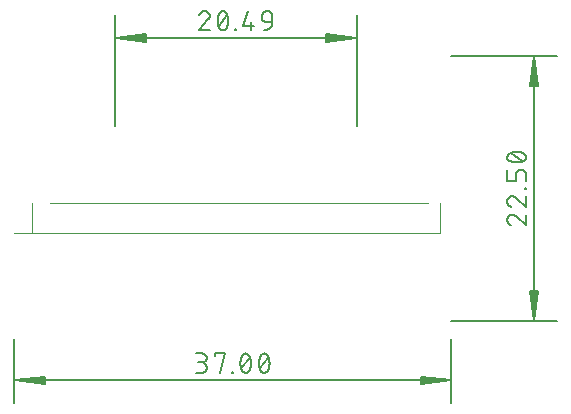
<source format=gbr>
G04 EAGLE Gerber RS-274X export*
G75*
%MOMM*%
%FSLAX34Y34*%
%LPD*%
%INSilkscreen Top*%
%IPPOS*%
%AMOC8*
5,1,8,0,0,1.08239X$1,22.5*%
G01*
%ADD10C,0.130000*%
%ADD11C,0.152400*%
%ADD12C,0.010000*%


D10*
X70031Y165730D02*
X70031Y259500D01*
X274976Y259500D02*
X274976Y165730D01*
X274326Y240000D02*
X70681Y240000D01*
X96031Y243192D01*
X96031Y236808D01*
X70681Y240000D01*
X96031Y241300D01*
X96031Y238700D02*
X70681Y240000D01*
X96031Y242600D01*
X96031Y237400D02*
X70681Y240000D01*
X248976Y243192D02*
X274326Y240000D01*
X248976Y243192D02*
X248976Y236808D01*
X274326Y240000D01*
X248976Y241300D01*
X248976Y238700D02*
X274326Y240000D01*
X248976Y242600D01*
X248976Y237400D02*
X274326Y240000D01*
D11*
X150386Y258699D02*
X150384Y258824D01*
X150378Y258949D01*
X150369Y259074D01*
X150355Y259198D01*
X150338Y259322D01*
X150317Y259446D01*
X150292Y259568D01*
X150263Y259690D01*
X150231Y259811D01*
X150195Y259931D01*
X150155Y260050D01*
X150112Y260167D01*
X150065Y260283D01*
X150014Y260398D01*
X149960Y260510D01*
X149902Y260622D01*
X149842Y260731D01*
X149777Y260838D01*
X149710Y260944D01*
X149639Y261047D01*
X149565Y261148D01*
X149488Y261247D01*
X149408Y261343D01*
X149325Y261437D01*
X149240Y261528D01*
X149151Y261617D01*
X149060Y261702D01*
X148966Y261785D01*
X148870Y261865D01*
X148771Y261942D01*
X148670Y262016D01*
X148567Y262087D01*
X148461Y262154D01*
X148354Y262219D01*
X148245Y262279D01*
X148133Y262337D01*
X148021Y262391D01*
X147906Y262442D01*
X147790Y262489D01*
X147673Y262532D01*
X147554Y262572D01*
X147434Y262608D01*
X147313Y262640D01*
X147191Y262669D01*
X147069Y262694D01*
X146945Y262715D01*
X146821Y262732D01*
X146697Y262746D01*
X146572Y262755D01*
X146447Y262761D01*
X146322Y262763D01*
X146179Y262761D01*
X146037Y262755D01*
X145894Y262745D01*
X145752Y262732D01*
X145611Y262714D01*
X145469Y262693D01*
X145329Y262668D01*
X145189Y262639D01*
X145050Y262606D01*
X144912Y262569D01*
X144775Y262529D01*
X144640Y262485D01*
X144505Y262437D01*
X144372Y262385D01*
X144240Y262330D01*
X144110Y262271D01*
X143982Y262209D01*
X143855Y262143D01*
X143730Y262074D01*
X143607Y262002D01*
X143487Y261926D01*
X143368Y261847D01*
X143251Y261764D01*
X143137Y261679D01*
X143025Y261590D01*
X142916Y261499D01*
X142809Y261404D01*
X142704Y261307D01*
X142603Y261206D01*
X142504Y261103D01*
X142408Y260998D01*
X142315Y260889D01*
X142225Y260778D01*
X142138Y260665D01*
X142054Y260550D01*
X141974Y260432D01*
X141896Y260312D01*
X141822Y260190D01*
X141752Y260066D01*
X141684Y259940D01*
X141621Y259812D01*
X141560Y259683D01*
X141503Y259552D01*
X141450Y259420D01*
X141401Y259286D01*
X141355Y259151D01*
X149031Y255538D02*
X149125Y255630D01*
X149215Y255724D01*
X149303Y255821D01*
X149388Y255921D01*
X149470Y256023D01*
X149549Y256128D01*
X149624Y256235D01*
X149696Y256344D01*
X149765Y256455D01*
X149831Y256569D01*
X149893Y256684D01*
X149952Y256801D01*
X150007Y256920D01*
X150058Y257040D01*
X150106Y257162D01*
X150151Y257285D01*
X150191Y257409D01*
X150228Y257535D01*
X150261Y257662D01*
X150290Y257789D01*
X150316Y257918D01*
X150337Y258047D01*
X150355Y258177D01*
X150368Y258307D01*
X150378Y258437D01*
X150384Y258568D01*
X150386Y258699D01*
X149032Y255538D02*
X141355Y246507D01*
X150386Y246507D01*
X156987Y254635D02*
X156991Y254955D01*
X157002Y255274D01*
X157021Y255594D01*
X157048Y255912D01*
X157082Y256230D01*
X157124Y256547D01*
X157174Y256863D01*
X157231Y257178D01*
X157295Y257491D01*
X157367Y257803D01*
X157446Y258113D01*
X157533Y258420D01*
X157627Y258726D01*
X157728Y259029D01*
X157837Y259330D01*
X157952Y259628D01*
X158075Y259924D01*
X158205Y260216D01*
X158342Y260505D01*
X158341Y260506D02*
X158380Y260614D01*
X158423Y260721D01*
X158469Y260826D01*
X158520Y260930D01*
X158573Y261032D01*
X158630Y261132D01*
X158691Y261230D01*
X158755Y261325D01*
X158822Y261419D01*
X158893Y261510D01*
X158966Y261599D01*
X159043Y261685D01*
X159122Y261768D01*
X159204Y261849D01*
X159289Y261927D01*
X159377Y262001D01*
X159467Y262073D01*
X159559Y262141D01*
X159654Y262207D01*
X159751Y262269D01*
X159850Y262327D01*
X159952Y262383D01*
X160054Y262434D01*
X160159Y262482D01*
X160265Y262527D01*
X160373Y262568D01*
X160482Y262605D01*
X160592Y262638D01*
X160704Y262667D01*
X160816Y262693D01*
X160929Y262715D01*
X161043Y262732D01*
X161157Y262746D01*
X161272Y262756D01*
X161387Y262762D01*
X161502Y262764D01*
X161502Y262763D02*
X161617Y262761D01*
X161732Y262755D01*
X161847Y262745D01*
X161961Y262731D01*
X162075Y262714D01*
X162188Y262692D01*
X162300Y262666D01*
X162412Y262637D01*
X162522Y262604D01*
X162631Y262567D01*
X162739Y262526D01*
X162845Y262481D01*
X162950Y262433D01*
X163052Y262382D01*
X163153Y262326D01*
X163253Y262268D01*
X163350Y262206D01*
X163444Y262141D01*
X163537Y262072D01*
X163627Y262000D01*
X163715Y261926D01*
X163800Y261848D01*
X163882Y261767D01*
X163961Y261684D01*
X164038Y261598D01*
X164111Y261509D01*
X164182Y261418D01*
X164249Y261324D01*
X164313Y261229D01*
X164374Y261131D01*
X164431Y261031D01*
X164484Y260929D01*
X164535Y260825D01*
X164581Y260720D01*
X164624Y260613D01*
X164663Y260505D01*
X164662Y260505D02*
X164799Y260216D01*
X164929Y259924D01*
X165052Y259628D01*
X165167Y259330D01*
X165276Y259029D01*
X165377Y258726D01*
X165471Y258420D01*
X165558Y258113D01*
X165637Y257803D01*
X165709Y257491D01*
X165773Y257178D01*
X165830Y256863D01*
X165880Y256547D01*
X165922Y256230D01*
X165956Y255912D01*
X165983Y255594D01*
X166002Y255274D01*
X166013Y254955D01*
X166017Y254635D01*
X156987Y254635D02*
X156991Y254315D01*
X157002Y253996D01*
X157021Y253676D01*
X157048Y253358D01*
X157082Y253040D01*
X157124Y252723D01*
X157174Y252407D01*
X157231Y252092D01*
X157295Y251779D01*
X157367Y251467D01*
X157446Y251157D01*
X157533Y250850D01*
X157627Y250544D01*
X157728Y250241D01*
X157837Y249940D01*
X157952Y249642D01*
X158075Y249346D01*
X158205Y249054D01*
X158342Y248765D01*
X158341Y248765D02*
X158380Y248657D01*
X158423Y248550D01*
X158469Y248445D01*
X158520Y248341D01*
X158573Y248239D01*
X158630Y248139D01*
X158691Y248041D01*
X158755Y247946D01*
X158822Y247852D01*
X158893Y247761D01*
X158966Y247672D01*
X159043Y247586D01*
X159122Y247503D01*
X159204Y247422D01*
X159289Y247344D01*
X159377Y247270D01*
X159467Y247198D01*
X159560Y247129D01*
X159654Y247064D01*
X159751Y247002D01*
X159851Y246944D01*
X159952Y246888D01*
X160054Y246837D01*
X160159Y246789D01*
X160265Y246744D01*
X160373Y246703D01*
X160482Y246666D01*
X160592Y246633D01*
X160704Y246604D01*
X160816Y246578D01*
X160929Y246556D01*
X161043Y246539D01*
X161157Y246525D01*
X161272Y246515D01*
X161387Y246509D01*
X161502Y246507D01*
X164662Y248765D02*
X164799Y249054D01*
X164929Y249346D01*
X165052Y249642D01*
X165167Y249940D01*
X165276Y250241D01*
X165377Y250544D01*
X165471Y250850D01*
X165558Y251157D01*
X165637Y251467D01*
X165709Y251779D01*
X165773Y252092D01*
X165830Y252407D01*
X165880Y252723D01*
X165922Y253040D01*
X165956Y253358D01*
X165983Y253676D01*
X166002Y253996D01*
X166013Y254315D01*
X166017Y254635D01*
X164663Y248765D02*
X164624Y248657D01*
X164581Y248550D01*
X164535Y248445D01*
X164484Y248341D01*
X164431Y248239D01*
X164374Y248139D01*
X164313Y248041D01*
X164249Y247946D01*
X164182Y247852D01*
X164111Y247761D01*
X164038Y247672D01*
X163961Y247586D01*
X163882Y247503D01*
X163800Y247422D01*
X163715Y247344D01*
X163627Y247270D01*
X163537Y247198D01*
X163444Y247129D01*
X163350Y247064D01*
X163253Y247002D01*
X163153Y246944D01*
X163052Y246888D01*
X162949Y246837D01*
X162845Y246789D01*
X162739Y246744D01*
X162631Y246703D01*
X162522Y246666D01*
X162412Y246633D01*
X162300Y246604D01*
X162188Y246578D01*
X162075Y246556D01*
X161961Y246539D01*
X161847Y246525D01*
X161732Y246515D01*
X161617Y246509D01*
X161502Y246507D01*
X157889Y250119D02*
X165114Y259151D01*
X171992Y247410D02*
X171992Y246507D01*
X171992Y247410D02*
X172895Y247410D01*
X172895Y246507D01*
X171992Y246507D01*
X178870Y250119D02*
X182483Y262763D01*
X178870Y250119D02*
X187901Y250119D01*
X185192Y253732D02*
X185192Y246507D01*
X198114Y253732D02*
X203532Y253732D01*
X198114Y253732D02*
X197996Y253734D01*
X197878Y253740D01*
X197760Y253749D01*
X197643Y253763D01*
X197526Y253780D01*
X197409Y253801D01*
X197294Y253826D01*
X197179Y253855D01*
X197065Y253888D01*
X196953Y253924D01*
X196842Y253964D01*
X196732Y254007D01*
X196623Y254054D01*
X196516Y254104D01*
X196411Y254159D01*
X196308Y254216D01*
X196207Y254277D01*
X196107Y254341D01*
X196010Y254408D01*
X195915Y254478D01*
X195823Y254552D01*
X195732Y254628D01*
X195645Y254708D01*
X195560Y254790D01*
X195478Y254875D01*
X195398Y254962D01*
X195322Y255053D01*
X195248Y255145D01*
X195178Y255240D01*
X195111Y255337D01*
X195047Y255437D01*
X194986Y255538D01*
X194929Y255641D01*
X194874Y255746D01*
X194824Y255853D01*
X194777Y255962D01*
X194734Y256072D01*
X194694Y256183D01*
X194658Y256295D01*
X194625Y256409D01*
X194596Y256524D01*
X194571Y256639D01*
X194550Y256756D01*
X194533Y256873D01*
X194519Y256990D01*
X194510Y257108D01*
X194504Y257226D01*
X194502Y257344D01*
X194501Y257344D02*
X194501Y258247D01*
X194503Y258380D01*
X194509Y258512D01*
X194519Y258644D01*
X194532Y258776D01*
X194550Y258908D01*
X194571Y259038D01*
X194596Y259169D01*
X194625Y259298D01*
X194658Y259426D01*
X194694Y259554D01*
X194734Y259680D01*
X194778Y259805D01*
X194826Y259929D01*
X194877Y260051D01*
X194932Y260172D01*
X194990Y260291D01*
X195052Y260409D01*
X195117Y260524D01*
X195186Y260638D01*
X195257Y260749D01*
X195333Y260858D01*
X195411Y260965D01*
X195492Y261070D01*
X195577Y261172D01*
X195664Y261272D01*
X195754Y261369D01*
X195847Y261464D01*
X195943Y261555D01*
X196041Y261644D01*
X196142Y261730D01*
X196246Y261813D01*
X196352Y261893D01*
X196460Y261969D01*
X196570Y262043D01*
X196683Y262113D01*
X196797Y262180D01*
X196914Y262243D01*
X197032Y262303D01*
X197152Y262360D01*
X197274Y262413D01*
X197397Y262462D01*
X197521Y262508D01*
X197647Y262550D01*
X197774Y262588D01*
X197902Y262623D01*
X198031Y262654D01*
X198160Y262681D01*
X198291Y262704D01*
X198422Y262724D01*
X198554Y262739D01*
X198686Y262751D01*
X198818Y262759D01*
X198951Y262763D01*
X199083Y262763D01*
X199216Y262759D01*
X199348Y262751D01*
X199480Y262739D01*
X199612Y262724D01*
X199743Y262704D01*
X199874Y262681D01*
X200003Y262654D01*
X200132Y262623D01*
X200260Y262588D01*
X200387Y262550D01*
X200513Y262508D01*
X200637Y262462D01*
X200760Y262413D01*
X200882Y262360D01*
X201002Y262303D01*
X201120Y262243D01*
X201237Y262180D01*
X201351Y262113D01*
X201464Y262043D01*
X201574Y261969D01*
X201682Y261893D01*
X201788Y261813D01*
X201892Y261730D01*
X201993Y261644D01*
X202091Y261555D01*
X202187Y261464D01*
X202280Y261369D01*
X202370Y261272D01*
X202457Y261172D01*
X202542Y261070D01*
X202623Y260965D01*
X202701Y260858D01*
X202777Y260749D01*
X202848Y260638D01*
X202917Y260524D01*
X202982Y260409D01*
X203044Y260291D01*
X203102Y260172D01*
X203157Y260051D01*
X203208Y259929D01*
X203256Y259805D01*
X203300Y259680D01*
X203340Y259554D01*
X203376Y259426D01*
X203409Y259298D01*
X203438Y259169D01*
X203463Y259038D01*
X203484Y258908D01*
X203502Y258776D01*
X203515Y258644D01*
X203525Y258512D01*
X203531Y258380D01*
X203533Y258247D01*
X203532Y258247D02*
X203532Y253732D01*
X203533Y253732D02*
X203531Y253557D01*
X203525Y253383D01*
X203514Y253209D01*
X203499Y253035D01*
X203480Y252861D01*
X203457Y252688D01*
X203430Y252516D01*
X203398Y252344D01*
X203363Y252173D01*
X203323Y252003D01*
X203279Y251834D01*
X203231Y251666D01*
X203179Y251499D01*
X203123Y251334D01*
X203063Y251170D01*
X203000Y251007D01*
X202932Y250847D01*
X202860Y250687D01*
X202785Y250530D01*
X202705Y250374D01*
X202622Y250221D01*
X202536Y250069D01*
X202445Y249920D01*
X202351Y249773D01*
X202254Y249628D01*
X202153Y249485D01*
X202049Y249345D01*
X201941Y249208D01*
X201830Y249073D01*
X201716Y248941D01*
X201599Y248812D01*
X201478Y248685D01*
X201355Y248562D01*
X201228Y248441D01*
X201099Y248324D01*
X200967Y248210D01*
X200832Y248099D01*
X200695Y247991D01*
X200555Y247887D01*
X200412Y247786D01*
X200267Y247689D01*
X200120Y247595D01*
X199971Y247504D01*
X199819Y247418D01*
X199666Y247335D01*
X199510Y247255D01*
X199353Y247180D01*
X199193Y247108D01*
X199033Y247040D01*
X198870Y246977D01*
X198706Y246917D01*
X198541Y246861D01*
X198374Y246809D01*
X198206Y246761D01*
X198037Y246717D01*
X197867Y246677D01*
X197696Y246642D01*
X197524Y246610D01*
X197352Y246583D01*
X197179Y246560D01*
X197005Y246541D01*
X196831Y246526D01*
X196657Y246515D01*
X196483Y246509D01*
X196308Y246507D01*
D10*
X-15000Y-15000D02*
X-15000Y-69500D01*
X355000Y-69500D02*
X355000Y-15000D01*
X354350Y-50000D02*
X-14350Y-50000D01*
X11000Y-46808D01*
X11000Y-53192D01*
X-14350Y-50000D01*
X11000Y-48700D01*
X11000Y-51300D02*
X-14350Y-50000D01*
X11000Y-47400D01*
X11000Y-52600D02*
X-14350Y-50000D01*
X329000Y-46808D02*
X354350Y-50000D01*
X329000Y-46808D02*
X329000Y-53192D01*
X354350Y-50000D01*
X329000Y-48700D01*
X329000Y-51300D02*
X354350Y-50000D01*
X329000Y-47400D01*
X329000Y-52600D02*
X354350Y-50000D01*
D11*
X143368Y-43493D02*
X138852Y-43493D01*
X143368Y-43493D02*
X143501Y-43491D01*
X143633Y-43485D01*
X143765Y-43475D01*
X143897Y-43462D01*
X144029Y-43444D01*
X144159Y-43423D01*
X144290Y-43398D01*
X144419Y-43369D01*
X144547Y-43336D01*
X144675Y-43300D01*
X144801Y-43260D01*
X144926Y-43216D01*
X145050Y-43168D01*
X145172Y-43117D01*
X145293Y-43062D01*
X145412Y-43004D01*
X145530Y-42942D01*
X145645Y-42877D01*
X145759Y-42808D01*
X145870Y-42737D01*
X145979Y-42661D01*
X146086Y-42583D01*
X146191Y-42502D01*
X146293Y-42417D01*
X146393Y-42330D01*
X146490Y-42240D01*
X146585Y-42147D01*
X146676Y-42051D01*
X146765Y-41953D01*
X146851Y-41852D01*
X146934Y-41748D01*
X147014Y-41642D01*
X147090Y-41534D01*
X147164Y-41424D01*
X147234Y-41311D01*
X147301Y-41197D01*
X147364Y-41080D01*
X147424Y-40962D01*
X147481Y-40842D01*
X147534Y-40720D01*
X147583Y-40597D01*
X147629Y-40473D01*
X147671Y-40347D01*
X147709Y-40220D01*
X147744Y-40092D01*
X147775Y-39963D01*
X147802Y-39834D01*
X147825Y-39703D01*
X147845Y-39572D01*
X147860Y-39440D01*
X147872Y-39308D01*
X147880Y-39176D01*
X147884Y-39043D01*
X147884Y-38911D01*
X147880Y-38778D01*
X147872Y-38646D01*
X147860Y-38514D01*
X147845Y-38382D01*
X147825Y-38251D01*
X147802Y-38120D01*
X147775Y-37991D01*
X147744Y-37862D01*
X147709Y-37734D01*
X147671Y-37607D01*
X147629Y-37481D01*
X147583Y-37357D01*
X147534Y-37234D01*
X147481Y-37112D01*
X147424Y-36992D01*
X147364Y-36874D01*
X147301Y-36757D01*
X147234Y-36643D01*
X147164Y-36530D01*
X147090Y-36420D01*
X147014Y-36312D01*
X146934Y-36206D01*
X146851Y-36102D01*
X146765Y-36001D01*
X146676Y-35903D01*
X146585Y-35807D01*
X146490Y-35714D01*
X146393Y-35624D01*
X146293Y-35537D01*
X146191Y-35452D01*
X146086Y-35371D01*
X145979Y-35293D01*
X145870Y-35217D01*
X145759Y-35146D01*
X145645Y-35077D01*
X145530Y-35012D01*
X145412Y-34950D01*
X145293Y-34892D01*
X145172Y-34837D01*
X145050Y-34786D01*
X144926Y-34738D01*
X144801Y-34694D01*
X144675Y-34654D01*
X144547Y-34618D01*
X144419Y-34585D01*
X144290Y-34556D01*
X144159Y-34531D01*
X144029Y-34510D01*
X143897Y-34492D01*
X143765Y-34479D01*
X143633Y-34469D01*
X143501Y-34463D01*
X143368Y-34461D01*
X144271Y-27237D02*
X138852Y-27237D01*
X144271Y-27237D02*
X144390Y-27239D01*
X144510Y-27245D01*
X144629Y-27255D01*
X144747Y-27269D01*
X144866Y-27286D01*
X144983Y-27308D01*
X145100Y-27333D01*
X145215Y-27363D01*
X145330Y-27396D01*
X145444Y-27433D01*
X145556Y-27473D01*
X145667Y-27518D01*
X145776Y-27566D01*
X145884Y-27617D01*
X145990Y-27672D01*
X146094Y-27731D01*
X146196Y-27793D01*
X146296Y-27858D01*
X146394Y-27927D01*
X146490Y-27999D01*
X146583Y-28074D01*
X146673Y-28151D01*
X146761Y-28232D01*
X146846Y-28316D01*
X146928Y-28403D01*
X147008Y-28492D01*
X147084Y-28584D01*
X147158Y-28678D01*
X147228Y-28775D01*
X147295Y-28873D01*
X147359Y-28974D01*
X147419Y-29078D01*
X147476Y-29183D01*
X147529Y-29290D01*
X147579Y-29398D01*
X147625Y-29508D01*
X147667Y-29620D01*
X147706Y-29733D01*
X147741Y-29847D01*
X147772Y-29962D01*
X147800Y-30079D01*
X147823Y-30196D01*
X147843Y-30313D01*
X147859Y-30432D01*
X147871Y-30551D01*
X147879Y-30670D01*
X147883Y-30789D01*
X147883Y-30909D01*
X147879Y-31028D01*
X147871Y-31147D01*
X147859Y-31266D01*
X147843Y-31385D01*
X147823Y-31502D01*
X147800Y-31619D01*
X147772Y-31736D01*
X147741Y-31851D01*
X147706Y-31965D01*
X147667Y-32078D01*
X147625Y-32190D01*
X147579Y-32300D01*
X147529Y-32408D01*
X147476Y-32515D01*
X147419Y-32620D01*
X147359Y-32724D01*
X147295Y-32825D01*
X147228Y-32923D01*
X147158Y-33020D01*
X147084Y-33114D01*
X147008Y-33206D01*
X146928Y-33295D01*
X146846Y-33382D01*
X146761Y-33466D01*
X146673Y-33547D01*
X146583Y-33624D01*
X146490Y-33699D01*
X146394Y-33771D01*
X146296Y-33840D01*
X146196Y-33905D01*
X146094Y-33967D01*
X145990Y-34026D01*
X145884Y-34081D01*
X145776Y-34132D01*
X145667Y-34180D01*
X145556Y-34225D01*
X145444Y-34265D01*
X145330Y-34302D01*
X145215Y-34335D01*
X145100Y-34365D01*
X144983Y-34390D01*
X144866Y-34412D01*
X144747Y-34429D01*
X144629Y-34443D01*
X144510Y-34453D01*
X144390Y-34459D01*
X144271Y-34461D01*
X144271Y-34462D02*
X140658Y-34462D01*
X154483Y-29043D02*
X154483Y-27237D01*
X163514Y-27237D01*
X158999Y-43493D01*
X169489Y-43493D02*
X169489Y-42590D01*
X170392Y-42590D01*
X170392Y-43493D01*
X169489Y-43493D01*
X176367Y-35365D02*
X176371Y-35045D01*
X176382Y-34726D01*
X176401Y-34406D01*
X176428Y-34088D01*
X176462Y-33770D01*
X176504Y-33453D01*
X176554Y-33137D01*
X176611Y-32822D01*
X176675Y-32509D01*
X176747Y-32197D01*
X176826Y-31887D01*
X176913Y-31580D01*
X177007Y-31274D01*
X177108Y-30971D01*
X177217Y-30670D01*
X177332Y-30372D01*
X177455Y-30076D01*
X177585Y-29784D01*
X177722Y-29495D01*
X177722Y-29494D02*
X177761Y-29386D01*
X177804Y-29279D01*
X177850Y-29174D01*
X177900Y-29071D01*
X177954Y-28969D01*
X178011Y-28869D01*
X178072Y-28771D01*
X178136Y-28675D01*
X178203Y-28582D01*
X178273Y-28491D01*
X178347Y-28402D01*
X178423Y-28316D01*
X178503Y-28233D01*
X178585Y-28152D01*
X178670Y-28074D01*
X178757Y-28000D01*
X178848Y-27928D01*
X178940Y-27859D01*
X179035Y-27794D01*
X179132Y-27732D01*
X179231Y-27673D01*
X179332Y-27618D01*
X179435Y-27567D01*
X179540Y-27519D01*
X179646Y-27474D01*
X179753Y-27433D01*
X179862Y-27396D01*
X179973Y-27363D01*
X180084Y-27334D01*
X180196Y-27308D01*
X180309Y-27286D01*
X180423Y-27269D01*
X180537Y-27255D01*
X180652Y-27245D01*
X180767Y-27239D01*
X180882Y-27237D01*
X180997Y-27239D01*
X181112Y-27245D01*
X181227Y-27255D01*
X181341Y-27269D01*
X181455Y-27286D01*
X181568Y-27308D01*
X181680Y-27334D01*
X181792Y-27363D01*
X181902Y-27396D01*
X182011Y-27433D01*
X182119Y-27474D01*
X182225Y-27519D01*
X182330Y-27567D01*
X182432Y-27618D01*
X182534Y-27674D01*
X182633Y-27732D01*
X182730Y-27794D01*
X182825Y-27860D01*
X182917Y-27928D01*
X183007Y-28000D01*
X183095Y-28074D01*
X183180Y-28152D01*
X183262Y-28233D01*
X183341Y-28316D01*
X183418Y-28402D01*
X183491Y-28491D01*
X183562Y-28582D01*
X183629Y-28676D01*
X183693Y-28771D01*
X183754Y-28869D01*
X183811Y-28969D01*
X183864Y-29071D01*
X183915Y-29175D01*
X183961Y-29280D01*
X184004Y-29387D01*
X184043Y-29495D01*
X184180Y-29784D01*
X184310Y-30076D01*
X184433Y-30372D01*
X184548Y-30670D01*
X184657Y-30971D01*
X184758Y-31274D01*
X184852Y-31580D01*
X184939Y-31887D01*
X185018Y-32197D01*
X185090Y-32509D01*
X185154Y-32822D01*
X185211Y-33137D01*
X185261Y-33453D01*
X185303Y-33770D01*
X185337Y-34088D01*
X185364Y-34406D01*
X185383Y-34726D01*
X185394Y-35045D01*
X185398Y-35365D01*
X176367Y-35365D02*
X176371Y-35685D01*
X176382Y-36004D01*
X176401Y-36324D01*
X176428Y-36642D01*
X176462Y-36960D01*
X176504Y-37277D01*
X176554Y-37593D01*
X176611Y-37908D01*
X176675Y-38221D01*
X176747Y-38533D01*
X176826Y-38843D01*
X176913Y-39150D01*
X177007Y-39456D01*
X177108Y-39759D01*
X177217Y-40060D01*
X177332Y-40358D01*
X177455Y-40654D01*
X177585Y-40946D01*
X177722Y-41235D01*
X177721Y-41236D02*
X177760Y-41344D01*
X177803Y-41451D01*
X177849Y-41556D01*
X177900Y-41660D01*
X177953Y-41762D01*
X178010Y-41862D01*
X178071Y-41960D01*
X178135Y-42055D01*
X178202Y-42149D01*
X178273Y-42240D01*
X178346Y-42329D01*
X178423Y-42415D01*
X178502Y-42498D01*
X178584Y-42579D01*
X178669Y-42657D01*
X178757Y-42731D01*
X178847Y-42803D01*
X178940Y-42872D01*
X179034Y-42937D01*
X179131Y-42999D01*
X179231Y-43057D01*
X179332Y-43113D01*
X179434Y-43164D01*
X179539Y-43212D01*
X179645Y-43257D01*
X179753Y-43298D01*
X179862Y-43335D01*
X179972Y-43368D01*
X180084Y-43397D01*
X180196Y-43423D01*
X180309Y-43445D01*
X180423Y-43462D01*
X180537Y-43476D01*
X180652Y-43486D01*
X180767Y-43492D01*
X180882Y-43494D01*
X184043Y-41235D02*
X184180Y-40946D01*
X184310Y-40654D01*
X184433Y-40358D01*
X184548Y-40060D01*
X184657Y-39759D01*
X184758Y-39456D01*
X184852Y-39150D01*
X184939Y-38843D01*
X185018Y-38533D01*
X185090Y-38221D01*
X185154Y-37908D01*
X185211Y-37593D01*
X185261Y-37277D01*
X185303Y-36960D01*
X185337Y-36642D01*
X185364Y-36324D01*
X185383Y-36004D01*
X185394Y-35685D01*
X185398Y-35365D01*
X184043Y-41235D02*
X184004Y-41343D01*
X183961Y-41450D01*
X183915Y-41555D01*
X183864Y-41659D01*
X183811Y-41761D01*
X183754Y-41861D01*
X183693Y-41959D01*
X183629Y-42054D01*
X183562Y-42148D01*
X183491Y-42239D01*
X183418Y-42328D01*
X183341Y-42414D01*
X183262Y-42497D01*
X183180Y-42578D01*
X183095Y-42656D01*
X183007Y-42730D01*
X182917Y-42802D01*
X182824Y-42871D01*
X182730Y-42936D01*
X182633Y-42998D01*
X182533Y-43056D01*
X182432Y-43112D01*
X182329Y-43163D01*
X182225Y-43211D01*
X182119Y-43256D01*
X182011Y-43297D01*
X181902Y-43334D01*
X181792Y-43367D01*
X181680Y-43396D01*
X181568Y-43422D01*
X181455Y-43444D01*
X181341Y-43461D01*
X181227Y-43475D01*
X181112Y-43485D01*
X180997Y-43491D01*
X180882Y-43493D01*
X177270Y-39881D02*
X184495Y-30849D01*
X191998Y-35365D02*
X192002Y-35045D01*
X192013Y-34726D01*
X192032Y-34406D01*
X192059Y-34088D01*
X192093Y-33770D01*
X192135Y-33453D01*
X192185Y-33137D01*
X192242Y-32822D01*
X192306Y-32509D01*
X192378Y-32197D01*
X192457Y-31887D01*
X192544Y-31580D01*
X192638Y-31274D01*
X192739Y-30971D01*
X192848Y-30670D01*
X192963Y-30372D01*
X193086Y-30076D01*
X193216Y-29784D01*
X193353Y-29495D01*
X193354Y-29494D02*
X193393Y-29386D01*
X193436Y-29279D01*
X193482Y-29174D01*
X193532Y-29071D01*
X193586Y-28969D01*
X193643Y-28869D01*
X193704Y-28771D01*
X193768Y-28675D01*
X193835Y-28582D01*
X193905Y-28491D01*
X193979Y-28402D01*
X194055Y-28316D01*
X194135Y-28233D01*
X194217Y-28152D01*
X194302Y-28074D01*
X194389Y-28000D01*
X194480Y-27928D01*
X194572Y-27859D01*
X194667Y-27794D01*
X194764Y-27732D01*
X194863Y-27673D01*
X194964Y-27618D01*
X195067Y-27567D01*
X195172Y-27519D01*
X195278Y-27474D01*
X195385Y-27433D01*
X195494Y-27396D01*
X195605Y-27363D01*
X195716Y-27334D01*
X195828Y-27308D01*
X195941Y-27286D01*
X196055Y-27269D01*
X196169Y-27255D01*
X196284Y-27245D01*
X196399Y-27239D01*
X196514Y-27237D01*
X196629Y-27239D01*
X196744Y-27245D01*
X196859Y-27255D01*
X196973Y-27269D01*
X197087Y-27286D01*
X197200Y-27308D01*
X197312Y-27334D01*
X197424Y-27363D01*
X197534Y-27396D01*
X197643Y-27433D01*
X197751Y-27474D01*
X197857Y-27519D01*
X197962Y-27567D01*
X198064Y-27618D01*
X198166Y-27674D01*
X198265Y-27732D01*
X198362Y-27794D01*
X198457Y-27860D01*
X198549Y-27928D01*
X198639Y-28000D01*
X198727Y-28074D01*
X198812Y-28152D01*
X198894Y-28233D01*
X198973Y-28316D01*
X199050Y-28402D01*
X199123Y-28491D01*
X199194Y-28582D01*
X199261Y-28676D01*
X199325Y-28771D01*
X199386Y-28869D01*
X199443Y-28969D01*
X199496Y-29071D01*
X199547Y-29175D01*
X199593Y-29280D01*
X199636Y-29387D01*
X199675Y-29495D01*
X199674Y-29495D02*
X199811Y-29784D01*
X199941Y-30076D01*
X200064Y-30372D01*
X200179Y-30670D01*
X200288Y-30971D01*
X200389Y-31274D01*
X200483Y-31580D01*
X200570Y-31887D01*
X200649Y-32197D01*
X200721Y-32509D01*
X200785Y-32822D01*
X200842Y-33137D01*
X200892Y-33453D01*
X200934Y-33770D01*
X200968Y-34088D01*
X200995Y-34406D01*
X201014Y-34726D01*
X201025Y-35045D01*
X201029Y-35365D01*
X191998Y-35365D02*
X192002Y-35685D01*
X192013Y-36004D01*
X192032Y-36324D01*
X192059Y-36642D01*
X192093Y-36960D01*
X192135Y-37277D01*
X192185Y-37593D01*
X192242Y-37908D01*
X192306Y-38221D01*
X192378Y-38533D01*
X192457Y-38843D01*
X192544Y-39150D01*
X192638Y-39456D01*
X192739Y-39759D01*
X192848Y-40060D01*
X192963Y-40358D01*
X193086Y-40654D01*
X193216Y-40946D01*
X193353Y-41235D01*
X193353Y-41236D02*
X193392Y-41344D01*
X193435Y-41451D01*
X193481Y-41556D01*
X193532Y-41660D01*
X193585Y-41762D01*
X193642Y-41862D01*
X193703Y-41960D01*
X193767Y-42055D01*
X193834Y-42149D01*
X193905Y-42240D01*
X193978Y-42329D01*
X194055Y-42415D01*
X194134Y-42498D01*
X194216Y-42579D01*
X194301Y-42657D01*
X194389Y-42731D01*
X194479Y-42803D01*
X194572Y-42872D01*
X194666Y-42937D01*
X194763Y-42999D01*
X194863Y-43057D01*
X194964Y-43113D01*
X195066Y-43164D01*
X195171Y-43212D01*
X195277Y-43257D01*
X195385Y-43298D01*
X195494Y-43335D01*
X195604Y-43368D01*
X195716Y-43397D01*
X195828Y-43423D01*
X195941Y-43445D01*
X196055Y-43462D01*
X196169Y-43476D01*
X196284Y-43486D01*
X196399Y-43492D01*
X196514Y-43494D01*
X199674Y-41235D02*
X199811Y-40946D01*
X199941Y-40654D01*
X200064Y-40358D01*
X200179Y-40060D01*
X200288Y-39759D01*
X200389Y-39456D01*
X200483Y-39150D01*
X200570Y-38843D01*
X200649Y-38533D01*
X200721Y-38221D01*
X200785Y-37908D01*
X200842Y-37593D01*
X200892Y-37277D01*
X200934Y-36960D01*
X200968Y-36642D01*
X200995Y-36324D01*
X201014Y-36004D01*
X201025Y-35685D01*
X201029Y-35365D01*
X199675Y-41235D02*
X199636Y-41343D01*
X199593Y-41450D01*
X199547Y-41555D01*
X199496Y-41659D01*
X199443Y-41761D01*
X199386Y-41861D01*
X199325Y-41959D01*
X199261Y-42054D01*
X199194Y-42148D01*
X199123Y-42239D01*
X199050Y-42328D01*
X198973Y-42414D01*
X198894Y-42497D01*
X198812Y-42578D01*
X198727Y-42656D01*
X198639Y-42730D01*
X198549Y-42802D01*
X198456Y-42871D01*
X198362Y-42936D01*
X198265Y-42998D01*
X198165Y-43056D01*
X198064Y-43112D01*
X197961Y-43163D01*
X197857Y-43211D01*
X197751Y-43256D01*
X197643Y-43297D01*
X197534Y-43334D01*
X197424Y-43367D01*
X197312Y-43396D01*
X197200Y-43422D01*
X197087Y-43444D01*
X196973Y-43461D01*
X196859Y-43475D01*
X196744Y-43485D01*
X196629Y-43491D01*
X196514Y-43493D01*
X192901Y-39881D02*
X200126Y-30849D01*
D12*
X0Y75000D02*
X-15000Y75000D01*
X0Y75000D02*
X345000Y75000D01*
X335000Y100000D02*
X15000Y100000D01*
X345000Y100000D02*
X345000Y75000D01*
X0Y75000D02*
X0Y100000D01*
D10*
X355000Y0D02*
X444500Y0D01*
X444500Y225000D02*
X355000Y225000D01*
X425000Y224350D02*
X425000Y650D01*
X421808Y26000D01*
X428192Y26000D01*
X425000Y650D01*
X423700Y26000D01*
X426300Y26000D02*
X425000Y650D01*
X422400Y26000D01*
X427600Y26000D02*
X425000Y650D01*
X421808Y199000D02*
X425000Y224350D01*
X421808Y199000D02*
X428192Y199000D01*
X425000Y224350D01*
X423700Y199000D01*
X426300Y199000D02*
X425000Y224350D01*
X422400Y199000D01*
X427600Y199000D02*
X425000Y224350D01*
D11*
X406301Y90383D02*
X406176Y90381D01*
X406051Y90375D01*
X405926Y90366D01*
X405802Y90352D01*
X405678Y90335D01*
X405554Y90314D01*
X405432Y90289D01*
X405310Y90260D01*
X405189Y90228D01*
X405069Y90192D01*
X404950Y90152D01*
X404833Y90109D01*
X404717Y90062D01*
X404602Y90011D01*
X404490Y89957D01*
X404378Y89899D01*
X404269Y89839D01*
X404162Y89774D01*
X404056Y89707D01*
X403953Y89636D01*
X403852Y89562D01*
X403753Y89485D01*
X403657Y89405D01*
X403563Y89322D01*
X403472Y89237D01*
X403383Y89148D01*
X403298Y89057D01*
X403215Y88963D01*
X403135Y88867D01*
X403058Y88768D01*
X402984Y88667D01*
X402913Y88564D01*
X402846Y88458D01*
X402781Y88351D01*
X402721Y88242D01*
X402663Y88130D01*
X402609Y88018D01*
X402558Y87903D01*
X402511Y87787D01*
X402468Y87670D01*
X402428Y87551D01*
X402392Y87431D01*
X402360Y87310D01*
X402331Y87188D01*
X402306Y87066D01*
X402285Y86942D01*
X402268Y86818D01*
X402254Y86694D01*
X402245Y86569D01*
X402239Y86444D01*
X402237Y86319D01*
X402239Y86176D01*
X402245Y86034D01*
X402255Y85891D01*
X402268Y85749D01*
X402286Y85608D01*
X402307Y85466D01*
X402332Y85326D01*
X402361Y85186D01*
X402394Y85047D01*
X402431Y84909D01*
X402471Y84772D01*
X402515Y84637D01*
X402563Y84502D01*
X402615Y84369D01*
X402670Y84237D01*
X402729Y84107D01*
X402791Y83979D01*
X402857Y83852D01*
X402926Y83727D01*
X402998Y83604D01*
X403074Y83483D01*
X403153Y83365D01*
X403236Y83248D01*
X403321Y83134D01*
X403410Y83022D01*
X403501Y82913D01*
X403596Y82806D01*
X403693Y82701D01*
X403794Y82600D01*
X403897Y82501D01*
X404002Y82405D01*
X404111Y82312D01*
X404222Y82222D01*
X404335Y82135D01*
X404450Y82051D01*
X404568Y81971D01*
X404688Y81893D01*
X404810Y81819D01*
X404934Y81749D01*
X405060Y81681D01*
X405188Y81618D01*
X405317Y81557D01*
X405448Y81500D01*
X405580Y81447D01*
X405714Y81398D01*
X405849Y81352D01*
X409462Y89028D02*
X409370Y89122D01*
X409276Y89212D01*
X409179Y89300D01*
X409079Y89385D01*
X408977Y89467D01*
X408872Y89545D01*
X408765Y89621D01*
X408656Y89693D01*
X408545Y89762D01*
X408431Y89828D01*
X408316Y89890D01*
X408199Y89949D01*
X408080Y90004D01*
X407960Y90055D01*
X407838Y90103D01*
X407715Y90148D01*
X407591Y90188D01*
X407465Y90225D01*
X407338Y90258D01*
X407211Y90287D01*
X407082Y90313D01*
X406953Y90334D01*
X406823Y90352D01*
X406693Y90365D01*
X406563Y90375D01*
X406432Y90381D01*
X406301Y90383D01*
X409462Y89028D02*
X418493Y81352D01*
X418493Y90383D01*
X406301Y106014D02*
X406176Y106012D01*
X406051Y106006D01*
X405926Y105997D01*
X405802Y105983D01*
X405678Y105966D01*
X405554Y105945D01*
X405432Y105920D01*
X405310Y105891D01*
X405189Y105859D01*
X405069Y105823D01*
X404950Y105783D01*
X404833Y105740D01*
X404717Y105693D01*
X404602Y105642D01*
X404490Y105588D01*
X404378Y105530D01*
X404269Y105470D01*
X404162Y105405D01*
X404056Y105338D01*
X403953Y105267D01*
X403852Y105193D01*
X403753Y105116D01*
X403657Y105036D01*
X403563Y104953D01*
X403472Y104868D01*
X403383Y104779D01*
X403298Y104688D01*
X403215Y104594D01*
X403135Y104498D01*
X403058Y104399D01*
X402984Y104298D01*
X402913Y104195D01*
X402846Y104089D01*
X402781Y103982D01*
X402721Y103873D01*
X402663Y103761D01*
X402609Y103649D01*
X402558Y103534D01*
X402511Y103418D01*
X402468Y103301D01*
X402428Y103182D01*
X402392Y103062D01*
X402360Y102941D01*
X402331Y102819D01*
X402306Y102697D01*
X402285Y102573D01*
X402268Y102449D01*
X402254Y102325D01*
X402245Y102200D01*
X402239Y102075D01*
X402237Y101950D01*
X402239Y101807D01*
X402245Y101665D01*
X402255Y101522D01*
X402268Y101380D01*
X402286Y101239D01*
X402307Y101097D01*
X402332Y100957D01*
X402361Y100817D01*
X402394Y100678D01*
X402431Y100540D01*
X402471Y100403D01*
X402515Y100268D01*
X402563Y100133D01*
X402615Y100000D01*
X402670Y99868D01*
X402729Y99738D01*
X402791Y99610D01*
X402857Y99483D01*
X402926Y99358D01*
X402998Y99235D01*
X403074Y99114D01*
X403153Y98996D01*
X403236Y98879D01*
X403321Y98765D01*
X403410Y98653D01*
X403501Y98544D01*
X403596Y98437D01*
X403693Y98332D01*
X403794Y98231D01*
X403897Y98132D01*
X404002Y98036D01*
X404111Y97943D01*
X404222Y97853D01*
X404335Y97766D01*
X404450Y97682D01*
X404568Y97602D01*
X404688Y97524D01*
X404810Y97450D01*
X404934Y97380D01*
X405060Y97312D01*
X405188Y97249D01*
X405317Y97188D01*
X405448Y97131D01*
X405580Y97078D01*
X405714Y97029D01*
X405849Y96983D01*
X409462Y104659D02*
X409370Y104753D01*
X409276Y104843D01*
X409179Y104931D01*
X409079Y105016D01*
X408977Y105098D01*
X408872Y105176D01*
X408765Y105252D01*
X408656Y105324D01*
X408545Y105393D01*
X408431Y105459D01*
X408316Y105521D01*
X408199Y105580D01*
X408080Y105635D01*
X407960Y105686D01*
X407838Y105734D01*
X407715Y105779D01*
X407591Y105819D01*
X407465Y105856D01*
X407338Y105889D01*
X407211Y105918D01*
X407082Y105944D01*
X406953Y105965D01*
X406823Y105983D01*
X406693Y105996D01*
X406563Y106006D01*
X406432Y106012D01*
X406301Y106014D01*
X409462Y104660D02*
X418493Y96983D01*
X418493Y106014D01*
X418493Y111989D02*
X417590Y111989D01*
X417590Y112892D01*
X418493Y112892D01*
X418493Y111989D01*
X418493Y118867D02*
X418493Y124286D01*
X418491Y124404D01*
X418485Y124522D01*
X418476Y124640D01*
X418462Y124757D01*
X418445Y124874D01*
X418424Y124991D01*
X418399Y125106D01*
X418370Y125221D01*
X418337Y125335D01*
X418301Y125447D01*
X418261Y125558D01*
X418218Y125668D01*
X418171Y125777D01*
X418121Y125884D01*
X418066Y125989D01*
X418009Y126092D01*
X417948Y126193D01*
X417884Y126293D01*
X417817Y126390D01*
X417747Y126485D01*
X417673Y126577D01*
X417597Y126668D01*
X417517Y126755D01*
X417435Y126840D01*
X417350Y126922D01*
X417263Y127002D01*
X417172Y127078D01*
X417080Y127152D01*
X416985Y127222D01*
X416888Y127289D01*
X416788Y127353D01*
X416687Y127414D01*
X416584Y127471D01*
X416479Y127526D01*
X416372Y127576D01*
X416263Y127623D01*
X416153Y127666D01*
X416042Y127706D01*
X415930Y127742D01*
X415816Y127775D01*
X415701Y127804D01*
X415586Y127829D01*
X415469Y127850D01*
X415352Y127867D01*
X415235Y127881D01*
X415117Y127890D01*
X414999Y127896D01*
X414881Y127898D01*
X413074Y127898D01*
X412956Y127896D01*
X412838Y127890D01*
X412720Y127881D01*
X412603Y127867D01*
X412486Y127850D01*
X412369Y127829D01*
X412254Y127804D01*
X412139Y127775D01*
X412025Y127742D01*
X411913Y127706D01*
X411802Y127666D01*
X411692Y127623D01*
X411583Y127576D01*
X411476Y127526D01*
X411371Y127471D01*
X411268Y127414D01*
X411167Y127353D01*
X411067Y127289D01*
X410970Y127222D01*
X410875Y127152D01*
X410783Y127078D01*
X410692Y127002D01*
X410605Y126922D01*
X410520Y126840D01*
X410438Y126755D01*
X410358Y126668D01*
X410282Y126577D01*
X410208Y126485D01*
X410138Y126390D01*
X410071Y126293D01*
X410007Y126193D01*
X409946Y126092D01*
X409889Y125989D01*
X409834Y125884D01*
X409784Y125777D01*
X409737Y125668D01*
X409694Y125558D01*
X409654Y125447D01*
X409618Y125335D01*
X409585Y125221D01*
X409556Y125106D01*
X409531Y124991D01*
X409510Y124874D01*
X409493Y124757D01*
X409479Y124640D01*
X409470Y124522D01*
X409464Y124404D01*
X409462Y124286D01*
X409462Y118867D01*
X402237Y118867D01*
X402237Y127898D01*
X404495Y135853D02*
X404784Y135716D01*
X405076Y135586D01*
X405372Y135463D01*
X405670Y135348D01*
X405971Y135239D01*
X406274Y135138D01*
X406580Y135044D01*
X406887Y134957D01*
X407197Y134878D01*
X407509Y134806D01*
X407822Y134742D01*
X408137Y134685D01*
X408453Y134635D01*
X408770Y134593D01*
X409088Y134559D01*
X409406Y134532D01*
X409726Y134513D01*
X410045Y134502D01*
X410365Y134498D01*
X404494Y135854D02*
X404386Y135893D01*
X404279Y135936D01*
X404174Y135982D01*
X404071Y136032D01*
X403969Y136086D01*
X403869Y136143D01*
X403771Y136204D01*
X403675Y136268D01*
X403582Y136335D01*
X403491Y136405D01*
X403402Y136479D01*
X403316Y136555D01*
X403233Y136635D01*
X403152Y136717D01*
X403074Y136802D01*
X403000Y136889D01*
X402928Y136980D01*
X402859Y137072D01*
X402794Y137167D01*
X402732Y137264D01*
X402673Y137363D01*
X402618Y137464D01*
X402567Y137567D01*
X402519Y137672D01*
X402474Y137778D01*
X402433Y137885D01*
X402396Y137994D01*
X402363Y138105D01*
X402334Y138216D01*
X402308Y138328D01*
X402286Y138441D01*
X402269Y138555D01*
X402255Y138669D01*
X402245Y138784D01*
X402239Y138899D01*
X402237Y139014D01*
X402239Y139129D01*
X402245Y139244D01*
X402255Y139359D01*
X402269Y139473D01*
X402286Y139587D01*
X402308Y139700D01*
X402334Y139812D01*
X402363Y139924D01*
X402396Y140034D01*
X402433Y140143D01*
X402474Y140251D01*
X402519Y140357D01*
X402567Y140462D01*
X402618Y140564D01*
X402674Y140666D01*
X402732Y140765D01*
X402794Y140862D01*
X402860Y140957D01*
X402928Y141049D01*
X403000Y141139D01*
X403074Y141227D01*
X403152Y141312D01*
X403233Y141394D01*
X403316Y141473D01*
X403402Y141550D01*
X403491Y141623D01*
X403582Y141694D01*
X403676Y141761D01*
X403771Y141825D01*
X403869Y141886D01*
X403969Y141943D01*
X404071Y141996D01*
X404175Y142047D01*
X404280Y142093D01*
X404387Y142136D01*
X404495Y142175D01*
X404495Y142174D02*
X404784Y142311D01*
X405076Y142441D01*
X405372Y142564D01*
X405670Y142679D01*
X405971Y142788D01*
X406274Y142889D01*
X406580Y142983D01*
X406887Y143070D01*
X407197Y143149D01*
X407509Y143221D01*
X407822Y143285D01*
X408137Y143342D01*
X408453Y143392D01*
X408770Y143434D01*
X409088Y143468D01*
X409406Y143495D01*
X409726Y143514D01*
X410045Y143525D01*
X410365Y143529D01*
X410365Y134498D02*
X410685Y134502D01*
X411004Y134513D01*
X411324Y134532D01*
X411642Y134559D01*
X411960Y134593D01*
X412277Y134635D01*
X412593Y134685D01*
X412908Y134742D01*
X413221Y134806D01*
X413533Y134878D01*
X413843Y134957D01*
X414150Y135044D01*
X414456Y135138D01*
X414759Y135239D01*
X415060Y135348D01*
X415358Y135463D01*
X415654Y135586D01*
X415946Y135716D01*
X416235Y135853D01*
X416236Y135853D02*
X416344Y135892D01*
X416451Y135935D01*
X416556Y135981D01*
X416660Y136032D01*
X416762Y136085D01*
X416862Y136142D01*
X416960Y136203D01*
X417055Y136267D01*
X417149Y136334D01*
X417240Y136405D01*
X417329Y136478D01*
X417415Y136555D01*
X417498Y136634D01*
X417579Y136716D01*
X417657Y136801D01*
X417731Y136889D01*
X417803Y136979D01*
X417872Y137072D01*
X417937Y137166D01*
X417999Y137263D01*
X418057Y137363D01*
X418113Y137464D01*
X418164Y137566D01*
X418212Y137671D01*
X418257Y137777D01*
X418298Y137885D01*
X418335Y137994D01*
X418368Y138104D01*
X418397Y138216D01*
X418423Y138328D01*
X418445Y138441D01*
X418462Y138555D01*
X418476Y138669D01*
X418486Y138784D01*
X418492Y138899D01*
X418494Y139014D01*
X416235Y142174D02*
X415946Y142311D01*
X415654Y142441D01*
X415358Y142564D01*
X415060Y142679D01*
X414759Y142788D01*
X414456Y142889D01*
X414150Y142983D01*
X413843Y143070D01*
X413533Y143149D01*
X413221Y143221D01*
X412908Y143285D01*
X412593Y143342D01*
X412277Y143392D01*
X411960Y143434D01*
X411642Y143468D01*
X411324Y143495D01*
X411004Y143514D01*
X410685Y143525D01*
X410365Y143529D01*
X416235Y142175D02*
X416343Y142136D01*
X416450Y142093D01*
X416555Y142047D01*
X416659Y141996D01*
X416761Y141943D01*
X416861Y141886D01*
X416959Y141825D01*
X417054Y141761D01*
X417148Y141694D01*
X417239Y141623D01*
X417328Y141550D01*
X417414Y141473D01*
X417497Y141394D01*
X417578Y141312D01*
X417656Y141227D01*
X417730Y141139D01*
X417802Y141049D01*
X417871Y140956D01*
X417936Y140862D01*
X417998Y140765D01*
X418056Y140665D01*
X418112Y140564D01*
X418163Y140461D01*
X418211Y140357D01*
X418256Y140251D01*
X418297Y140143D01*
X418334Y140034D01*
X418367Y139924D01*
X418396Y139812D01*
X418422Y139700D01*
X418444Y139587D01*
X418461Y139473D01*
X418475Y139359D01*
X418485Y139244D01*
X418491Y139129D01*
X418493Y139014D01*
X414881Y135401D02*
X405849Y142626D01*
M02*

</source>
